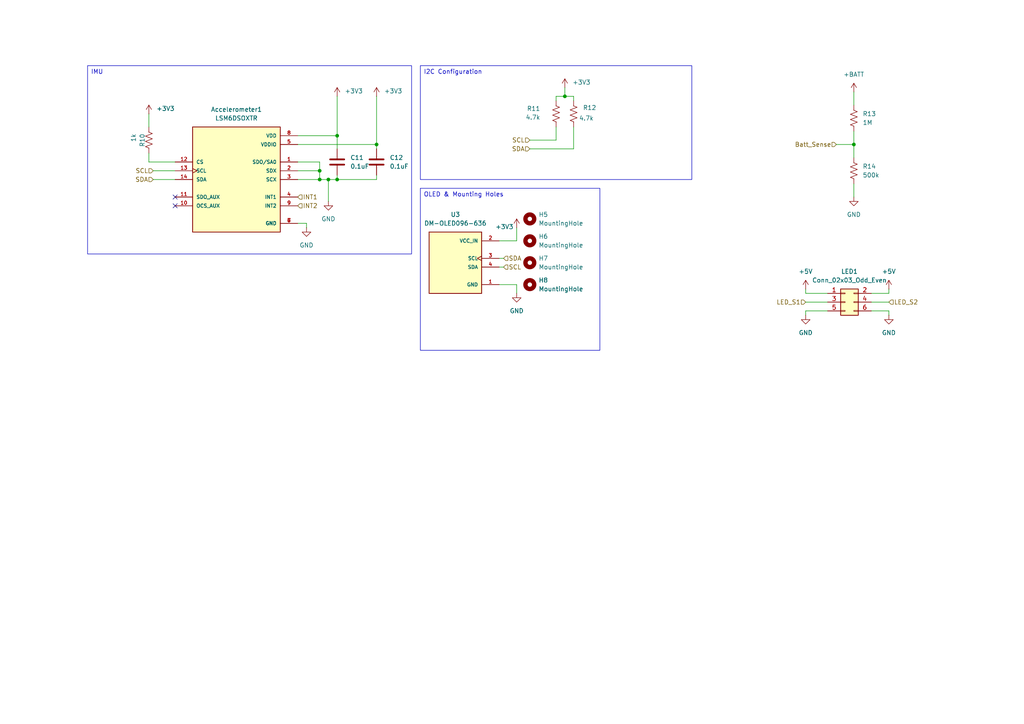
<source format=kicad_sch>
(kicad_sch (version 20231120) (generator "eeschema") (generator_version "8.0")
  (paper "A4")
  (lib_symbols
    (symbol "Connector_Generic:Conn_02x03_Odd_Even" (pin_names (offset 1.016) hide)
      (property "Reference" "J" (at 1.27 5.08 0))
      (property "Value" "Conn_02x03_Odd_Even" (at 1.27 -5.08 0))
      (symbol "Conn_02x03_Odd_Even_1_1"
        (rectangle (start -1.27 -2.413) (end 0 -2.667) (stroke (width 0.1524)))
        (rectangle (start -1.27 0.127) (end 0 -0.127) (stroke (width 0.1524)))
        (rectangle (start -1.27 2.667) (end 0 2.413) (stroke (width 0.1524)))
        (rectangle (start -1.27 3.81) (end 3.81 -3.81) (stroke (width 0.254)) (fill (type background)))
        (rectangle (start 3.81 -2.413) (end 2.54 -2.667) (stroke (width 0.1524)))
        (rectangle (start 3.81 0.127) (end 2.54 -0.127) (stroke (width 0.1524)))
        (rectangle (start 3.81 2.667) (end 2.54 2.413) (stroke (width 0.1524)))
        (pin passive line (at -5.08 2.54 0) (length 3.81) (name "Pin_1") (number "1"))
        (pin passive line (at 7.62 2.54 180) (length 3.81) (name "Pin_2") (number "2"))
        (pin passive line (at -5.08 0 0) (length 3.81) (name "Pin_3") (number "3"))
        (pin passive line (at 7.62 0 180) (length 3.81) (name "Pin_4") (number "4"))
        (pin passive line (at -5.08 -2.54 0) (length 3.81) (name "Pin_5") (number "5"))
        (pin passive line (at 7.62 -2.54 180) (length 3.81) (name "Pin_6") (number "6"))
      )
    )
    (symbol "DM-OLED096-636:DM-OLED096-636" (pin_names (offset 1.016))
      (property "Reference" "U" (at -7.62 10.922 0))
      (property "Value" "DM-OLED096-636" (at -7.62 -10.16 0))
      (symbol "DM-OLED096-636_0_0"
        (rectangle (start -7.62 -7.62) (end 7.62 10.16) (stroke (width 0.254)) (fill (type background)))
        (pin power_in line (at 12.7 -5.08 180) (length 5.08) (name "GND") (number "1"))
        (pin power_in line (at 12.7 7.62 180) (length 5.08) (name "VCC_IN") (number "2"))
        (pin input clock (at 12.7 2.54 180) (length 5.08) (name "SCL") (number "3"))
        (pin bidirectional line (at 12.7 0 180) (length 5.08) (name "SDA") (number "4"))
      )
    )
    (symbol "Device:C" (pin_numbers hide) (pin_names (offset 0.254))
      (property "Reference" "C" (at 0.635 2.54 0))
      (property "Value" "C" (at 0.635 -2.54 0))
      (symbol "C_0_1"
        (polyline (pts (xy -2.032 -0.762) (xy 2.032 -0.762)) (stroke (width 0.508)))
        (polyline (pts (xy -2.032 0.762) (xy 2.032 0.762)) (stroke (width 0.508)))
      )
      (symbol "C_1_1"
        (pin passive line (at 0 3.81 270) (length 2.794) (name "~") (number "1"))
        (pin passive line (at 0 -3.81 90) (length 2.794) (name "~") (number "2"))
      )
    )
    (symbol "Device:R_US" (pin_numbers hide) (pin_names (offset 0))
      (property "Reference" "R" (at 2.54 0 90))
      (property "Value" "R_US" (at -2.54 0 90))
      (symbol "R_US_0_1"
        (polyline (pts (xy 0 -2.286) (xy 0 -2.54)))
        (polyline (pts (xy 0 2.286) (xy 0 2.54)))
        (polyline (pts (xy 0 -0.762) (xy 1.016 -1.143) (xy 0 -1.524) (xy -1.016 -1.905) (xy 0 -2.286)))
        (polyline (pts (xy 0 0.762) (xy 1.016 0.381) (xy 0 0) (xy -1.016 -0.381) (xy 0 -0.762)))
        (polyline (pts (xy 0 2.286) (xy 1.016 1.905) (xy 0 1.524) (xy -1.016 1.143) (xy 0 0.762)))
      )
      (symbol "R_US_1_1"
        (pin passive line (at 0 3.81 270) (length 1.27) (name "~") (number "1"))
        (pin passive line (at 0 -3.81 90) (length 1.27) (name "~") (number "2"))
      )
    )
    (symbol "LSM6DSOXTR:LSM6DSOXTR" (pin_names (offset 1.016))
      (property "Reference" "U" (at -12.7 16.002 0))
      (property "Value" "LSM6DSOXTR" (at -12.7 -17.78 0))
      (symbol "LSM6DSOXTR_0_0"
        (rectangle (start -12.7 -15.24) (end 12.7 15.24) (stroke (width 0.254)) (fill (type background)))
        (pin bidirectional line (at 17.78 5.08 180) (length 5.08) (name "SDO/SA0") (number "1"))
        (pin bidirectional line (at -17.78 -7.62 0) (length 5.08) (name "OCS_AUX") (number "10"))
        (pin bidirectional line (at -17.78 -5.08 0) (length 5.08) (name "SDO_AUX") (number "11"))
        (pin input line (at -17.78 5.08 0) (length 5.08) (name "CS") (number "12"))
        (pin input clock (at -17.78 2.54 0) (length 5.08) (name "SCL") (number "13"))
        (pin bidirectional line (at -17.78 0 0) (length 5.08) (name "SDA") (number "14"))
        (pin bidirectional line (at 17.78 2.54 180) (length 5.08) (name "SDX") (number "2"))
        (pin bidirectional line (at 17.78 0 180) (length 5.08) (name "SCX") (number "3"))
        (pin output line (at 17.78 -5.08 180) (length 5.08) (name "INT1") (number "4"))
        (pin power_in line (at 17.78 10.16 180) (length 5.08) (name "VDDIO") (number "5"))
        (pin power_in line (at 17.78 -12.7 180) (length 5.08) (name "GND") (number "6"))
        (pin power_in line (at 17.78 -12.7 180) (length 5.08) (name "GND") (number "7"))
        (pin power_in line (at 17.78 12.7 180) (length 5.08) (name "VDD") (number "8"))
        (pin output line (at 17.78 -7.62 180) (length 5.08) (name "INT2") (number "9"))
      )
    )
    (symbol "Mechanical:MountingHole" (pin_names (offset 1.016)) (exclude_from_sim yes) (in_bom no)
      (property "Reference" "H" (at 0 5.08 0))
      (property "Value" "MountingHole" (at 0 3.175 0))
      (symbol "MountingHole_0_1"
        (circle (center 0 0) (radius 1.27) (stroke (width 1.27)))
      )
    )
    (symbol "power:+3V3" (power) (pin_numbers hide) (pin_names (offset 0) hide)
      (property "Value" "+3V3" (at 0 3.556 0))
      (symbol "+3V3_0_1"
        (polyline (pts (xy -0.762 1.27) (xy 0 2.54)))
        (polyline (pts (xy 0 0) (xy 0 2.54)))
        (polyline (pts (xy 0 2.54) (xy 0.762 1.27)))
      )
      (symbol "+3V3_1_1"
        (pin power_in line (at 0 0 90) (length 0) (name "~") (number "1"))
      )
    )
    (symbol "power:+5V" (power) (pin_numbers hide) (pin_names (offset 0) hide)
      (property "Value" "+5V" (at 0 3.556 0))
      (symbol "+5V_0_1"
        (polyline (pts (xy -0.762 1.27) (xy 0 2.54)))
        (polyline (pts (xy 0 0) (xy 0 2.54)))
        (polyline (pts (xy 0 2.54) (xy 0.762 1.27)))
      )
      (symbol "+5V_1_1"
        (pin power_in line (at 0 0 90) (length 0) (name "~") (number "1"))
      )
    )
    (symbol "power:+BATT" (power) (pin_numbers hide) (pin_names (offset 0) hide)
      (property "Value" "+BATT" (at 0 3.556 0))
      (symbol "+BATT_0_1"
        (polyline (pts (xy -0.762 1.27) (xy 0 2.54)))
        (polyline (pts (xy 0 0) (xy 0 2.54)))
        (polyline (pts (xy 0 2.54) (xy 0.762 1.27)))
      )
      (symbol "+BATT_1_1"
        (pin power_in line (at 0 0 90) (length 0) (name "~") (number "1"))
      )
    )
    (symbol "power:GND" (power) (pin_numbers hide) (pin_names (offset 0) hide)
      (property "Value" "GND" (at 0 -3.81 0))
      (symbol "GND_0_1"
        (polyline (pts (xy 0 0) (xy 0 -1.27) (xy 1.27 -1.27) (xy 0 -2.54) (xy -1.27 -1.27) (xy 0 -1.27)))
      )
      (symbol "GND_1_1"
        (pin power_in line (at 0 0 270) (length 0) (name "~") (number "1"))
      )
    )
  )
  (junction (at 97.79 39.37))
  (junction (at 163.83 27.94))
  (junction (at 95.25 52.07))
  (junction (at 92.71 49.53))
  (junction (at 247.65 41.91))
  (junction (at 92.71 52.07))
  (junction (at 97.79 52.07))
  (junction (at 109.22 41.91))
  (no_connect (at 50.8 57.15))
  (no_connect (at 50.8 59.69))
  (wire (pts (xy 86.36 46.99) (xy 92.71 46.99)))
  (wire (pts (xy 153.67 43.18) (xy 166.37 43.18)))
  (wire (pts (xy 95.25 52.07) (xy 97.79 52.07)))
  (wire (pts (xy 43.18 46.99) (xy 50.8 46.99)))
  (wire (pts (xy 44.45 52.07) (xy 50.8 52.07)))
  (wire (pts (xy 257.81 87.63) (xy 252.73 87.63)))
  (wire (pts (xy 233.68 90.17) (xy 233.68 91.44)))
  (wire (pts (xy 161.29 27.94) (xy 163.83 27.94)))
  (wire (pts (xy 144.78 82.55) (xy 149.86 82.55)))
  (wire (pts (xy 109.22 41.91) (xy 109.22 43.18)))
  (wire (pts (xy 233.68 85.09) (xy 240.03 85.09)))
  (wire (pts (xy 233.68 83.82) (xy 233.68 85.09)))
  (wire (pts (xy 97.79 39.37) (xy 86.36 39.37)))
  (wire (pts (xy 161.29 36.83) (xy 161.29 40.64)))
  (wire (pts (xy 97.79 39.37) (xy 97.79 43.18)))
  (wire (pts (xy 257.81 83.82) (xy 257.81 85.09)))
  (wire (pts (xy 247.65 41.91) (xy 247.65 45.72)))
  (wire (pts (xy 257.81 90.17) (xy 257.81 91.44)))
  (wire (pts (xy 161.29 29.21) (xy 161.29 27.94)))
  (wire (pts (xy 233.68 87.63) (xy 240.03 87.63)))
  (wire (pts (xy 109.22 27.94) (xy 109.22 41.91)))
  (wire (pts (xy 240.03 90.17) (xy 233.68 90.17)))
  (wire (pts (xy 92.71 52.07) (xy 95.25 52.07)))
  (wire (pts (xy 242.57 41.91) (xy 247.65 41.91)))
  (wire (pts (xy 86.36 49.53) (xy 92.71 49.53)))
  (wire (pts (xy 97.79 52.07) (xy 97.79 50.8)))
  (wire (pts (xy 166.37 36.83) (xy 166.37 43.18)))
  (wire (pts (xy 97.79 52.07) (xy 109.22 52.07)))
  (wire (pts (xy 149.86 66.04) (xy 149.86 69.85)))
  (wire (pts (xy 144.78 74.93) (xy 146.05 74.93)))
  (wire (pts (xy 86.36 52.07) (xy 92.71 52.07)))
  (wire (pts (xy 247.65 38.1) (xy 247.65 41.91)))
  (wire (pts (xy 163.83 27.94) (xy 163.83 25.4)))
  (wire (pts (xy 97.79 27.94) (xy 97.79 39.37)))
  (wire (pts (xy 88.9 64.77) (xy 88.9 66.04)))
  (wire (pts (xy 92.71 46.99) (xy 92.71 49.53)))
  (wire (pts (xy 144.78 69.85) (xy 149.86 69.85)))
  (wire (pts (xy 86.36 64.77) (xy 88.9 64.77)))
  (wire (pts (xy 247.65 26.67) (xy 247.65 30.48)))
  (wire (pts (xy 153.67 40.64) (xy 161.29 40.64)))
  (wire (pts (xy 163.83 27.94) (xy 166.37 27.94)))
  (wire (pts (xy 144.78 77.47) (xy 146.05 77.47)))
  (wire (pts (xy 86.36 41.91) (xy 109.22 41.91)))
  (wire (pts (xy 247.65 53.34) (xy 247.65 57.15)))
  (wire (pts (xy 43.18 44.45) (xy 43.18 46.99)))
  (wire (pts (xy 92.71 49.53) (xy 92.71 52.07)))
  (wire (pts (xy 149.86 82.55) (xy 149.86 85.09)))
  (wire (pts (xy 44.45 49.53) (xy 50.8 49.53)))
  (wire (pts (xy 252.73 90.17) (xy 257.81 90.17)))
  (wire (pts (xy 95.25 52.07) (xy 95.25 58.42)))
  (wire (pts (xy 166.37 27.94) (xy 166.37 29.21)))
  (wire (pts (xy 109.22 52.07) (xy 109.22 50.8)))
  (wire (pts (xy 43.18 33.02) (xy 43.18 36.83)))
  (wire (pts (xy 252.73 85.09) (xy 257.81 85.09)))
  (text_box "I2C Configuration\n" (at 121.92 19.05 0) (size 78.74 33.02) (effects (font (size 1.27 1.27)) (justify left top)))
  (text_box "OLED & Mounting Holes\n" (at 121.92 54.61 0) (size 52.07 46.99) (effects (font (size 1.27 1.27)) (justify left top)))
  (text_box "IMU\n" (at 25.4 19.05 0) (size 93.98 54.61) (effects (font (size 1.27 1.27)) (justify left top)))
  (hierarchical_label "SDA" (shape input) (at 44.45 52.07 180))
  (hierarchical_label "SCL" (shape input) (at 153.67 40.64 180))
  (hierarchical_label "LED_S2" (shape input) (at 257.81 87.63 0))
  (hierarchical_label "SDA" (shape input) (at 153.67 43.18 180))
  (hierarchical_label "SDA" (shape input) (at 146.05 74.93 0))
  (hierarchical_label "SCL" (shape input) (at 44.45 49.53 180))
  (hierarchical_label "INT2" (shape input) (at 86.36 59.69 0))
  (hierarchical_label "SCL" (shape input) (at 146.05 77.47 0))
  (hierarchical_label "INT1" (shape input) (at 86.36 57.15 0))
  (hierarchical_label "Batt_Sense" (shape input) (at 242.57 41.91 180))
  (hierarchical_label "LED_S1" (shape input) (at 233.68 87.63 180))
  (symbol (lib_id "Mechanical:MountingHole") (at 153.67 69.85 0) (unit 1) (in_bom no)
    (property "Reference" "H6" (at 156.21 68.5799 0) (effects (justify left)))
    (property "Value" "MountingHole" (at 156.21 71.1199 0) (effects (justify left)))
    (property "Footprint" "MountingHole:MountingHole_2.2mm_M2" (effects (hide yes)))
    (property "Description" "Mounting Hole without connection" (effects (hide yes)))
  )
  (symbol (lib_id "power:GND") (at 247.65 57.15 0) (unit 1)
    (property "Reference" "#PWR047" (effects (hide yes)))
    (property "Value" "GND" (at 247.65 62.23 0))
    (property "Description" "Power symbol creates a global label with name \"GND\" , ground" (effects (hide yes)))
  )
  (symbol (lib_id "power:GND") (at 88.9 66.04 0) (unit 1)
    (property "Reference" "#PWR041" (effects (hide yes)))
    (property "Value" "GND" (at 88.9 71.12 0))
    (property "Description" "Power symbol creates a global label with name \"GND\" , ground" (effects (hide yes)))
  )
  (symbol (lib_id "power:GND") (at 95.25 58.42 0) (unit 1)
    (property "Reference" "#PWR042" (effects (hide yes)))
    (property "Value" "GND" (at 95.25 63.5 0))
    (property "Description" "Power symbol creates a global label with name \"GND\" , ground" (effects (hide yes)))
  )
  (symbol (lib_id "LSM6DSOXTR:LSM6DSOXTR") (at 68.58 52.07 0) (unit 1)
    (property "Reference" "Accelerometer1" (at 68.58 31.75 0))
    (property "Value" "LSM6DSOXTR" (at 68.58 34.29 0))
    (property "Footprint" "LSM6DSOXTR:PQFN50P250X300X86-14N" (effects (hide yes)))
    (property "Datasheet" "https://learn.adafruit.com/assets/85363" (effects (hide yes)))
    (property "MF" "STMicroelectronics" (effects (hide yes)))
    (property "Description_1" "\nAccelerometer, Gyroscope, 6 Axis Sensor I2C, SPI Output\n" (effects (hide yes)))
    (property "Package" "VFLGA-14 STMicroelectronics" (effects (hide yes)))
    (property "Price" "None" (effects (hide yes)))
    (property "Check_prices" "https://www.snapeda.com/parts/LSM6DSOXTR/STMicroelectronics/view-part/?ref=eda" (effects (hide yes)))
    (property "STANDARD" "IPC7351B" (effects (hide yes)))
    (property "PARTREV" "3.0" (effects (hide yes)))
    (property "SnapEDA_Link" "https://www.snapeda.com/parts/LSM6DSOXTR/STMicroelectronics/view-part/?ref=snap" (effects (hide yes)))
    (property "MP" "LSM6DSOXTR" (effects (hide yes)))
    (property "Purchase-URL" "https://www.snapeda.com/api/url_track_click_mouser/?unipart_id=3227828&manufacturer=STMicroelectronics&part_name=LSM6DSOXTR&search_term=None" (effects (hide yes)))
    (property "Availability" "In Stock" (effects (hide yes)))
    (property "MANUFACTURER" " 511-LSM6DSOXTR " (effects (hide yes)))
  )
  (symbol (lib_id "power:GND") (at 149.86 85.09 0) (unit 1)
    (property "Reference" "#PWR036" (effects (hide yes)))
    (property "Value" "GND" (at 149.86 90.17 0))
    (property "Description" "Power symbol creates a global label with name \"GND\" , ground" (effects (hide yes)))
  )
  (symbol (lib_id "power:+5V") (at 257.81 83.82 0) (unit 1)
    (property "Reference" "#PWR050" (effects (hide yes)))
    (property "Value" "+5V" (at 257.81 78.74 0))
    (property "Description" "Power symbol creates a global label with name \"+5V\"" (effects (hide yes)))
  )
  (symbol (lib_id "power:+BATT") (at 247.65 26.67 0) (unit 1)
    (property "Reference" "#PWR046" (effects (hide yes)))
    (property "Value" "+BATT" (at 247.65 21.59 0))
    (property "Description" "Power symbol creates a global label with name \"+BATT\"" (effects (hide yes)))
  )
  (symbol (lib_id "Device:C") (at 97.79 46.99 0) (unit 1)
    (property "Reference" "C11" (at 101.6 45.7199 0) (effects (justify left)))
    (property "Value" "0.1uF" (at 101.6 48.2599 0) (effects (justify left)))
    (property "Footprint" "Capacitor_SMD:C_0603_1608Metric" (effects (hide yes)))
    (property "Description" "Unpolarized capacitor" (effects (hide yes)))
    (property "MANUFACTURER" " 581-KAM21KR72A104KU " (effects (hide yes)))
  )
  (symbol (lib_id "Device:R_US") (at 161.29 33.02 180) (unit 1)
    (property "Reference" "R11" (at 156.718 31.496 0) (effects (justify left)))
    (property "Value" "4.7k" (at 156.718 34.036 0) (effects (justify left)))
    (property "Footprint" "Resistor_SMD:R_0603_1608Metric" (effects (hide yes)))
    (property "MANUFACTURER" " 652-CRT0805AFY-1001E " (effects (hide yes)))
  )
  (symbol (lib_id "Device:C") (at 109.22 46.99 0) (unit 1)
    (property "Reference" "C12" (at 113.03 45.7199 0) (effects (justify left)))
    (property "Value" "0.1uF" (at 113.03 48.2599 0) (effects (justify left)))
    (property "Footprint" "Capacitor_SMD:C_0603_1608Metric" (effects (hide yes)))
    (property "Description" "Unpolarized capacitor" (effects (hide yes)))
    (property "MANUFACTURER" " 581-KAM21KR72A104KU " (effects (hide yes)))
  )
  (symbol (lib_id "power:+3V3") (at 163.83 25.4 0) (unit 1)
    (property "Reference" "#PWR045" (effects (hide yes)))
    (property "Value" "+3V3" (at 168.656 23.876 0))
    (property "Description" "Power symbol creates a global label with name \"+3V3\"" (effects (hide yes)))
  )
  (symbol (lib_id "Mechanical:MountingHole") (at 153.67 63.5 0) (unit 1) (in_bom no)
    (property "Reference" "H5" (at 156.21 62.2299 0) (effects (justify left)))
    (property "Value" "MountingHole" (at 156.21 64.7699 0) (effects (justify left)))
    (property "Footprint" "MountingHole:MountingHole_2.2mm_M2" (effects (hide yes)))
    (property "Description" "Mounting Hole without connection" (effects (hide yes)))
  )
  (symbol (lib_id "power:+5V") (at 233.68 83.82 0) (unit 1)
    (property "Reference" "#PWR048" (effects (hide yes)))
    (property "Value" "+5V" (at 233.68 78.74 0))
    (property "Description" "Power symbol creates a global label with name \"+5V\"" (effects (hide yes)))
  )
  (symbol (lib_id "Device:R_US") (at 247.65 34.29 0) (unit 1)
    (property "Reference" "R13" (at 250.19 33.0199 0) (effects (justify left)))
    (property "Value" "1M" (at 250.19 35.5599 0) (effects (justify left)))
    (property "Footprint" "Resistor_SMD:R_0603_1608Metric" (effects (hide yes)))
    (property "Description" "Resistor, US symbol" (effects (hide yes)))
    (property "MANUFACTURER" " ERJ-U01F1004C " (effects (hide yes)))
  )
  (symbol (lib_id "Connector_Generic:Conn_02x03_Odd_Even") (at 245.11 87.63 0) (unit 1) (in_bom no)
    (property "Reference" "LED1" (at 246.38 78.74 0))
    (property "Value" "Conn_02x03_Odd_Even" (at 246.38 81.28 0))
    (property "Footprint" "PinHeader_2x03_P2.54mm_Horizontal" (effects (hide yes)))
    (property "Description" "Generic connector, double row, 02x03, odd/even pin numbering scheme (row 1 odd numbers, row 2 even numbers), script generated (kicad-library-utils/schlib/autogen/connector/)" (effects (hide yes)))
  )
  (symbol (lib_id "power:GND") (at 233.68 91.44 0) (unit 1)
    (property "Reference" "#PWR049" (effects (hide yes)))
    (property "Value" "GND" (at 233.68 96.52 0))
    (property "Description" "Power symbol creates a global label with name \"GND\" , ground" (effects (hide yes)))
  )
  (symbol (lib_id "DM-OLED096-636:DM-OLED096-636") (at 132.08 77.47 0) (unit 1) (in_bom no)
    (property "Reference" "U3" (at 132.08 62.23 0))
    (property "Value" "DM-OLED096-636" (at 132.08 64.77 0))
    (property "Footprint" "Connector_PinHeader_2.54mm:PinHeader_1x04_P2.54mm_Vertical" (effects (hide yes)))
    (property "MF" "Display Module" (effects (hide yes)))
    (property "MAXIMUM_PACKAGE_HEIGHT" "11.3 mm" (effects (hide yes)))
    (property "Package" "Package" (effects (hide yes)))
    (property "Price" "None" (effects (hide yes)))
    (property "Check_prices" "https://www.snapeda.com/parts/DM-OLED096-636/Display+Module/view-part/?ref=eda" (effects (hide yes)))
    (property "STANDARD" "Manufacturer Recommendations" (effects (hide yes)))
    (property "PARTREV" "2018-09-10" (effects (hide yes)))
    (property "SnapEDA_Link" "https://www.snapeda.com/parts/DM-OLED096-636/Display+Module/view-part/?ref=snap" (effects (hide yes)))
    (property "MP" "DM-OLED096-636" (effects (hide yes)))
    (property "Description_1" "\n0.96” 128 X 64 MONOCHROME GRAPHIC OLED DISPLAY MODULE - I2C\n" (effects (hide yes)))
    (property "Availability" "Not in stock" (effects (hide yes)))
  )
  (symbol (lib_id "power:+3V3") (at 109.22 27.94 0) (unit 1)
    (property "Reference" "#PWR044" (effects (hide yes)))
    (property "Value" "+3V3" (at 114.046 26.416 0))
    (property "Description" "Power symbol creates a global label with name \"+3V3\"" (effects (hide yes)))
  )
  (symbol (lib_id "Device:R_US") (at 166.37 33.02 180) (unit 1)
    (property "Reference" "R12" (at 172.974 31.242 0) (effects (justify left)))
    (property "Value" "4.7k" (at 172.212 34.29 0) (effects (justify left)))
    (property "Footprint" "Resistor_SMD:R_0603_1608Metric" (effects (hide yes)))
    (property "MANUFACTURER" " 652-CRT0805AFY-1001E " (effects (hide yes)))
  )
  (symbol (lib_id "power:GND") (at 257.81 91.44 0) (unit 1)
    (property "Reference" "#PWR051" (effects (hide yes)))
    (property "Value" "GND" (at 257.81 96.52 0))
    (property "Description" "Power symbol creates a global label with name \"GND\" , ground" (effects (hide yes)))
  )
  (symbol (lib_id "power:+3V3") (at 97.79 27.94 0) (unit 1)
    (property "Reference" "#PWR043" (effects (hide yes)))
    (property "Value" "+3V3" (at 102.616 26.416 0))
    (property "Description" "Power symbol creates a global label with name \"+3V3\"" (effects (hide yes)))
  )
  (symbol (lib_id "Mechanical:MountingHole") (at 153.67 82.55 0) (unit 1) (in_bom no)
    (property "Reference" "H8" (at 156.21 81.2799 0) (effects (justify left)))
    (property "Value" "MountingHole" (at 156.21 83.8199 0) (effects (justify left)))
    (property "Footprint" "MountingHole:MountingHole_2.2mm_M2" (effects (hide yes)))
    (property "Description" "Mounting Hole without connection" (effects (hide yes)))
  )
  (symbol (lib_id "power:+3V3") (at 43.18 33.02 0) (unit 1)
    (property "Reference" "#PWR039" (effects (hide yes)))
    (property "Value" "+3V3" (at 48.006 31.496 0))
    (property "Description" "Power symbol creates a global label with name \"+3V3\"" (effects (hide yes)))
  )
  (symbol (lib_id "Device:R_US") (at 43.18 40.64 180) (unit 1)
    (property "Reference" "R10" (at 41.275 38.735 90) (effects (justify left)))
    (property "Value" "1k" (at 38.735 38.735 90) (effects (justify left)))
    (property "Footprint" "Resistor_SMD:R_0603_1608Metric" (effects (hide yes)))
    (property "MANUFACTURER" " 652-CRT0805AFY-1001E " (effects (hide yes)))
  )
  (symbol (lib_id "power:+3V3") (at 149.86 66.04 0) (unit 1)
    (property "Reference" "#PWR033" (effects (hide yes)))
    (property "Value" "+3V3" (at 146.304 65.786 0))
    (property "Description" "Power symbol creates a global label with name \"+3V3\"" (effects (hide yes)))
  )
  (symbol (lib_id "Device:R_US") (at 247.65 49.53 0) (unit 1)
    (property "Reference" "R14" (at 250.19 48.2599 0) (effects (justify left)))
    (property "Value" "500k" (at 250.19 50.7999 0) (effects (justify left)))
    (property "Footprint" "Resistor_SMD:R_0603_1608Metric" (effects (hide yes)))
    (property "Description" "Resistor, US symbol" (effects (hide yes)))
    (property "MANUFACTURER" "AF0201FR-07499KL" (effects (hide yes)))
  )
  (symbol (lib_id "Mechanical:MountingHole") (at 153.67 76.2 0) (unit 1) (in_bom no)
    (property "Reference" "H7" (at 156.21 74.9299 0) (effects (justify left)))
    (property "Value" "MountingHole" (at 156.21 77.4699 0) (effects (justify left)))
    (property "Footprint" "MountingHole:MountingHole_2.2mm_M2" (effects (hide yes)))
    (property "Description" "Mounting Hole without connection" (effects (hide yes)))
  )
)
</source>
